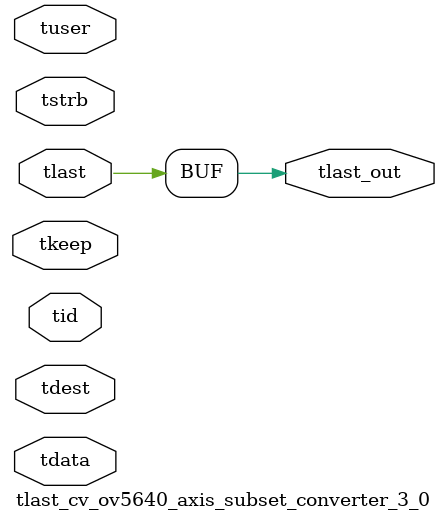
<source format=v>


`timescale 1ps/1ps

module tlast_cv_ov5640_axis_subset_converter_3_0 #
(
parameter C_S_AXIS_TID_WIDTH   = 1,
parameter C_S_AXIS_TUSER_WIDTH = 0,
parameter C_S_AXIS_TDATA_WIDTH = 0,
parameter C_S_AXIS_TDEST_WIDTH = 0
)
(
input  [(C_S_AXIS_TID_WIDTH   == 0 ? 1 : C_S_AXIS_TID_WIDTH)-1:0       ] tid,
input  [(C_S_AXIS_TDATA_WIDTH == 0 ? 1 : C_S_AXIS_TDATA_WIDTH)-1:0     ] tdata,
input  [(C_S_AXIS_TUSER_WIDTH == 0 ? 1 : C_S_AXIS_TUSER_WIDTH)-1:0     ] tuser,
input  [(C_S_AXIS_TDEST_WIDTH == 0 ? 1 : C_S_AXIS_TDEST_WIDTH)-1:0     ] tdest,
input  [(C_S_AXIS_TDATA_WIDTH/8)-1:0 ] tkeep,
input  [(C_S_AXIS_TDATA_WIDTH/8)-1:0 ] tstrb,
input  [0:0]                                                             tlast,
output                                                                   tlast_out
);

assign tlast_out = {tlast};

endmodule


</source>
